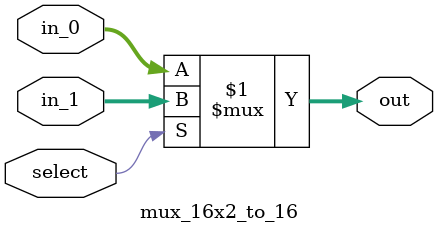
<source format=v>
`timescale 1ns / 1ps

module mux_16x2_to_16(
    input select,
    input [15:0] in_0, in_1,
    output [15:0] out
    );
    assign out = select ? in_1 : in_0;
endmodule

</source>
